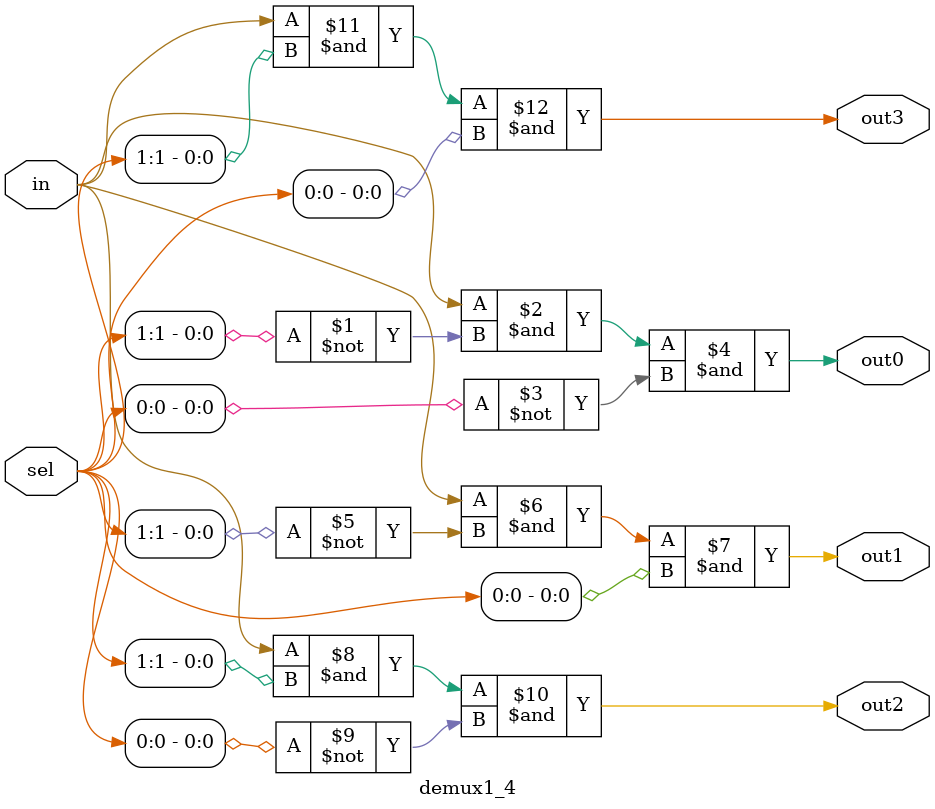
<source format=sv>
module demux1_4(in, sel, out1,out3,out2,out0);
    input in;
    input [1:0] sel;
    output logic out0,out2,out3,out1;

    assign out0 = in & (~sel[1]) & (~sel[0]);
    assign out1 = in & (~sel[1]) & ( sel[0]);
    assign out2 = in & ( sel[1]) & (~sel[0]);
    assign out3 = in & ( sel[1]) & ( sel[0]);
endmodule

</source>
